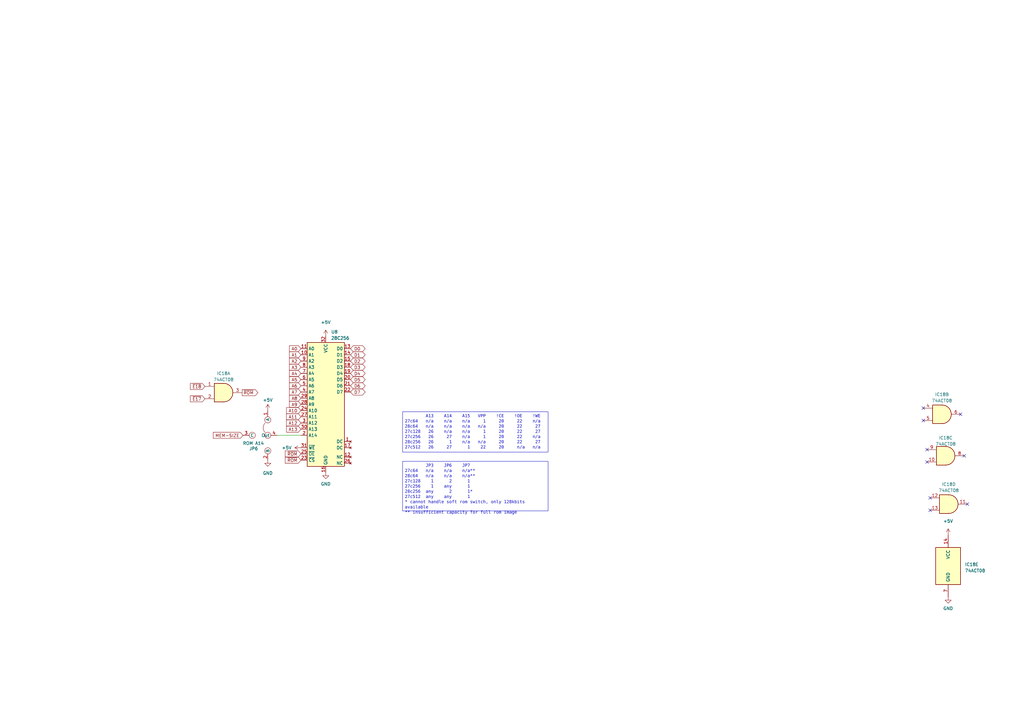
<source format=kicad_sch>
(kicad_sch (version 20230121) (generator eeschema)
  (paper "A3")
  (title_block (title "Dragon 32 CPU UK PAL") (date "2023-05-25") (rev "3.0") (company "Dragon Data") (comment 1 "Modified by Julian Brown") (comment 2 "SAMx4 by Ciaran Anscomb"))
  (lib_symbols
    (symbol "+5V_1" (power) (pin_names (offset 0))
      (property "Value" "+5V_1" (at 0 3.556 0))
      (symbol "+5V_1_0_1"
        (polyline (pts (xy -0.762 1.27) (xy 0 2.54)))
        (polyline (pts (xy 0 0) (xy 0 2.54)))
        (polyline (pts (xy 0 2.54) (xy 0.762 1.27)))
      )
      (symbol "+5V_1_1_1"
        (pin power_in line (at 0 0 90) (length 0) hide (name "+5V") (number "1"))
      )
    )
    (symbol "74xx:74LS08" (pin_names (offset 1.016))
      (property "Reference" "U" (at 0 1.27 0))
      (property "Value" "74LS08" (at 0 -1.27 0))
      (symbol "74LS08_1_1"
        (arc (start 0 -3.81) (mid 3.7934 0) (end 0 3.81) (stroke (width 0.254)) (fill (type background)))
        (polyline (pts (xy 0 3.81) (xy -3.81 3.81) (xy -3.81 -3.81) (xy 0 -3.81)) (stroke (width 0.254)) (fill (type background)))
        (pin input line (at -7.62 2.54 0) (length 3.81) (name "~") (number "1"))
        (pin input line (at -7.62 -2.54 0) (length 3.81) (name "~") (number "2"))
        (pin output line (at 7.62 0 180) (length 3.81) (name "~") (number "3"))
      )
      (symbol "74LS08_1_2"
        (arc (start -3.81 -3.81) (mid -2.589 0) (end -3.81 3.81) (stroke (width 0.254)))
        (arc (start -0.6096 -3.81) (mid 2.1842 -2.5851) (end 3.81 0) (stroke (width 0.254)) (fill (type background)))
        (polyline (pts (xy -3.81 -3.81) (xy -0.635 -3.81)) (stroke (width 0.254)) (fill (type background)))
        (polyline (pts (xy -3.81 3.81) (xy -0.635 3.81)) (stroke (width 0.254)) (fill (type background)))
        (polyline (pts (xy -0.635 3.81) (xy -3.81 3.81) (xy -3.81 3.81) (xy -3.556 3.4036) (xy -3.0226 2.2606) (xy -2.6924 1.0414) (xy -2.6162 -0.254) (xy -2.7686 -1.4986) (xy -3.175 -2.7178) (xy -3.81 -3.81) (xy -3.81 -3.81) (xy -0.635 -3.81)) (stroke (width -25.4)) (fill (type background)))
        (arc (start 3.81 0) (mid 2.1915 2.5936) (end -0.6096 3.81) (stroke (width 0.254)) (fill (type background)))
        (pin input inverted (at -7.62 2.54 0) (length 4.318) (name "~") (number "1"))
        (pin input inverted (at -7.62 -2.54 0) (length 4.318) (name "~") (number "2"))
        (pin output inverted (at 7.62 0 180) (length 3.81) (name "~") (number "3"))
      )
      (symbol "74LS08_2_1"
        (arc (start 0 -3.81) (mid 3.7934 0) (end 0 3.81) (stroke (width 0.254)) (fill (type background)))
        (polyline (pts (xy 0 3.81) (xy -3.81 3.81) (xy -3.81 -3.81) (xy 0 -3.81)) (stroke (width 0.254)) (fill (type background)))
        (pin input line (at -7.62 2.54 0) (length 3.81) (name "~") (number "4"))
        (pin input line (at -7.62 -2.54 0) (length 3.81) (name "~") (number "5"))
        (pin output line (at 7.62 0 180) (length 3.81) (name "~") (number "6"))
      )
      (symbol "74LS08_2_2"
        (arc (start -3.81 -3.81) (mid -2.589 0) (end -3.81 3.81) (stroke (width 0.254)))
        (arc (start -0.6096 -3.81) (mid 2.1842 -2.5851) (end 3.81 0) (stroke (width 0.254)) (fill (type background)))
        (polyline (pts (xy -3.81 -3.81) (xy -0.635 -3.81)) (stroke (width 0.254)) (fill (type background)))
        (polyline (pts (xy -3.81 3.81) (xy -0.635 3.81)) (stroke (width 0.254)) (fill (type background)))
        (polyline (pts (xy -0.635 3.81) (xy -3.81 3.81) (xy -3.81 3.81) (xy -3.556 3.4036) (xy -3.0226 2.2606) (xy -2.6924 1.0414) (xy -2.6162 -0.254) (xy -2.7686 -1.4986) (xy -3.175 -2.7178) (xy -3.81 -3.81) (xy -3.81 -3.81) (xy -0.635 -3.81)) (stroke (width -25.4)) (fill (type background)))
        (arc (start 3.81 0) (mid 2.1915 2.5936) (end -0.6096 3.81) (stroke (width 0.254)) (fill (type background)))
        (pin input inverted (at -7.62 2.54 0) (length 4.318) (name "~") (number "4"))
        (pin input inverted (at -7.62 -2.54 0) (length 4.318) (name "~") (number "5"))
        (pin output inverted (at 7.62 0 180) (length 3.81) (name "~") (number "6"))
      )
      (symbol "74LS08_3_1"
        (arc (start 0 -3.81) (mid 3.7934 0) (end 0 3.81) (stroke (width 0.254)) (fill (type background)))
        (polyline (pts (xy 0 3.81) (xy -3.81 3.81) (xy -3.81 -3.81) (xy 0 -3.81)) (stroke (width 0.254)) (fill (type background)))
        (pin input line (at -7.62 -2.54 0) (length 3.81) (name "~") (number "10"))
        (pin output line (at 7.62 0 180) (length 3.81) (name "~") (number "8"))
        (pin input line (at -7.62 2.54 0) (length 3.81) (name "~") (number "9"))
      )
      (symbol "74LS08_3_2"
        (arc (start -3.81 -3.81) (mid -2.589 0) (end -3.81 3.81) (stroke (width 0.254)))
        (arc (start -0.6096 -3.81) (mid 2.1842 -2.5851) (end 3.81 0) (stroke (width 0.254)) (fill (type background)))
        (polyline (pts (xy -3.81 -3.81) (xy -0.635 -3.81)) (stroke (width 0.254)) (fill (type background)))
        (polyline (pts (xy -3.81 3.81) (xy -0.635 3.81)) (stroke (width 0.254)) (fill (type background)))
        (polyline (pts (xy -0.635 3.81) (xy -3.81 3.81) (xy -3.81 3.81) (xy -3.556 3.4036) (xy -3.0226 2.2606) (xy -2.6924 1.0414) (xy -2.6162 -0.254) (xy -2.7686 -1.4986) (xy -3.175 -2.7178) (xy -3.81 -3.81) (xy -3.81 -3.81) (xy -0.635 -3.81)) (stroke (width -25.4)) (fill (type background)))
        (arc (start 3.81 0) (mid 2.1915 2.5936) (end -0.6096 3.81) (stroke (width 0.254)) (fill (type background)))
        (pin input inverted (at -7.62 -2.54 0) (length 4.318) (name "~") (number "10"))
        (pin output inverted (at 7.62 0 180) (length 3.81) (name "~") (number "8"))
        (pin input inverted (at -7.62 2.54 0) (length 4.318) (name "~") (number "9"))
      )
      (symbol "74LS08_4_1"
        (arc (start 0 -3.81) (mid 3.7934 0) (end 0 3.81) (stroke (width 0.254)) (fill (type background)))
        (polyline (pts (xy 0 3.81) (xy -3.81 3.81) (xy -3.81 -3.81) (xy 0 -3.81)) (stroke (width 0.254)) (fill (type background)))
        (pin output line (at 7.62 0 180) (length 3.81) (name "~") (number "11"))
        (pin input line (at -7.62 2.54 0) (length 3.81) (name "~") (number "12"))
        (pin input line (at -7.62 -2.54 0) (length 3.81) (name "~") (number "13"))
      )
      (symbol "74LS08_4_2"
        (arc (start -3.81 -3.81) (mid -2.589 0) (end -3.81 3.81) (stroke (width 0.254)))
        (arc (start -0.6096 -3.81) (mid 2.1842 -2.5851) (end 3.81 0) (stroke (width 0.254)) (fill (type background)))
        (polyline (pts (xy -3.81 -3.81) (xy -0.635 -3.81)) (stroke (width 0.254)) (fill (type background)))
        (polyline (pts (xy -3.81 3.81) (xy -0.635 3.81)) (stroke (width 0.254)) (fill (type background)))
        (polyline (pts (xy -0.635 3.81) (xy -3.81 3.81) (xy -3.81 3.81) (xy -3.556 3.4036) (xy -3.0226 2.2606) (xy -2.6924 1.0414) (xy -2.6162 -0.254) (xy -2.7686 -1.4986) (xy -3.175 -2.7178) (xy -3.81 -3.81) (xy -3.81 -3.81) (xy -0.635 -3.81)) (stroke (width -25.4)) (fill (type background)))
        (arc (start 3.81 0) (mid 2.1915 2.5936) (end -0.6096 3.81) (stroke (width 0.254)) (fill (type background)))
        (pin output inverted (at 7.62 0 180) (length 3.81) (name "~") (number "11"))
        (pin input inverted (at -7.62 2.54 0) (length 4.318) (name "~") (number "12"))
        (pin input inverted (at -7.62 -2.54 0) (length 4.318) (name "~") (number "13"))
      )
      (symbol "74LS08_5_0"
        (pin power_in line (at 0 12.7 270) (length 5.08) (name "VCC") (number "14"))
        (pin power_in line (at 0 -12.7 90) (length 5.08) (name "GND") (number "7"))
      )
      (symbol "74LS08_5_1"
        (rectangle (start -5.08 7.62) (end 5.08 -7.62) (stroke (width 0.254)) (fill (type background)))
      )
    )
    (symbol "BenEater:28C256_PLCC"
      (property "Reference" "U" (at -7.62 26.67 0))
      (property "Value" "28C256" (at 2.54 -26.67 0))
      (symbol "28C256_PLCC_1_1"
        (rectangle (start -7.62 25.4) (end 7.62 -25.4) (stroke (width 0.254)) (fill (type background)))
        (pin no_connect line (at 10.16 -15.24 180) (length 2.54) (name "DC") (number "1"))
        (pin input line (at -10.16 20.32 0) (length 2.54) (name "A1") (number "10"))
        (pin input line (at -10.16 22.86 0) (length 2.54) (name "A0") (number "11"))
        (pin no_connect line (at 10.16 -21.59 180) (length 2.54) (name "NC") (number "12"))
        (pin tri_state line (at 10.16 22.86 180) (length 2.54) (name "D0") (number "13"))
        (pin tri_state line (at 10.16 20.32 180) (length 2.54) (name "D1") (number "14"))
        (pin tri_state line (at 10.16 17.78 180) (length 2.54) (name "D2") (number "15"))
        (pin power_in line (at 0 -27.94 90) (length 2.54) (name "GND") (number "16"))
        (pin no_connect line (at 10.16 -17.78 180) (length 2.54) (name "DC") (number "17"))
        (pin tri_state line (at 10.16 15.24 180) (length 2.54) (name "D3") (number "18"))
        (pin tri_state line (at 10.16 12.7 180) (length 2.54) (name "D4") (number "19"))
        (pin input line (at -10.16 -12.7 0) (length 2.54) (name "A14") (number "2"))
        (pin tri_state line (at 10.16 10.16 180) (length 2.54) (name "D5") (number "20"))
        (pin tri_state line (at 10.16 7.62 180) (length 2.54) (name "D6") (number "21"))
        (pin tri_state line (at 10.16 5.08 180) (length 2.54) (name "D7") (number "22"))
        (pin input line (at -10.16 -22.86 0) (length 2.54) (name "~{CS}") (number "23"))
        (pin input line (at -10.16 -2.54 0) (length 2.54) (name "A10") (number "24"))
        (pin input line (at -10.16 -20.32 0) (length 2.54) (name "~{OE}") (number "25"))
        (pin no_connect line (at 10.16 -24.13 180) (length 2.54) (name "NC") (number "26"))
        (pin input line (at -10.16 -5.08 0) (length 2.54) (name "A11") (number "27"))
        (pin input line (at -10.16 0 0) (length 2.54) (name "A9") (number "28"))
        (pin input line (at -10.16 2.54 0) (length 2.54) (name "A8") (number "29"))
        (pin input line (at -10.16 -7.62 0) (length 2.54) (name "A12") (number "3"))
        (pin input line (at -10.16 -10.16 0) (length 2.54) (name "A13") (number "30"))
        (pin input line (at -10.16 -17.78 0) (length 2.54) (name "~{WE}") (number "31"))
        (pin power_in line (at 0 27.94 270) (length 2.54) (name "VCC") (number "32"))
        (pin input line (at -10.16 5.08 0) (length 2.54) (name "A7") (number "4"))
        (pin input line (at -10.16 7.62 0) (length 2.54) (name "A6") (number "5"))
        (pin input line (at -10.16 10.16 0) (length 2.54) (name "A5") (number "6"))
        (pin input line (at -10.16 12.7 0) (length 2.54) (name "A4") (number "7"))
        (pin input line (at -10.16 15.24 0) (length 2.54) (name "A3") (number "8"))
        (pin input line (at -10.16 17.78 0) (length 2.54) (name "A2") (number "9"))
      )
    )
    (symbol "GND_1" (power) (pin_names (offset 0))
      (property "Value" "GND_1" (at 0 -3.81 0))
      (symbol "GND_1_0_1"
        (polyline (pts (xy 0 0) (xy 0 -1.27) (xy 1.27 -1.27) (xy 0 -2.54) (xy -1.27 -1.27) (xy 0 -1.27)))
      )
      (symbol "GND_1_1_1"
        (pin power_in line (at 0 0 270) (length 0) hide (name "GND") (number "1"))
      )
    )
    (symbol "power:+5V" (power) (pin_names (offset 0))
      (property "Value" "+5V" (at 0 3.556 0))
      (symbol "+5V_0_1"
        (polyline (pts (xy -0.762 1.27) (xy 0 2.54)))
        (polyline (pts (xy 0 0) (xy 0 2.54)))
        (polyline (pts (xy 0 2.54) (xy 0.762 1.27)))
      )
      (symbol "+5V_1_1"
        (pin power_in line (at 0 0 90) (length 0) hide (name "+5V") (number "1"))
      )
    )
    (symbol "power:GND" (power) (pin_names (offset 0))
      (property "Value" "GND" (at 0 -3.81 0))
      (symbol "GND_0_1"
        (polyline (pts (xy 0 0) (xy 0 -1.27) (xy 1.27 -1.27) (xy 0 -2.54) (xy -1.27 -1.27) (xy 0 -1.27)))
      )
      (symbol "GND_1_1"
        (pin power_in line (at 0 0 270) (length 0) hide (name "GND") (number "1"))
      )
    )
    (symbol "vdg:Jumper_4"
      (property "Reference" "JP" (at 0 3.81 0))
      (symbol "Jumper_4_0_1"
        (circle (center -6.35 0) (radius 1.27))
        (arc (start -1.2152 1.1106) (mid -3.1202 1.8997) (end -5.0252 1.1106))
        (circle (center 0 0) (radius 1.27))
        (circle (center 0 6.35) (radius 1.27))
        (circle (center 6.35 0) (radius 1.27))
      )
      (symbol "Jumper_4_1_1"
        (pin passive line (at -10.16 0 0) (length 2.54) (name "A") (number "1"))
        (pin passive line (at 10.16 0 180) (length 2.54) (name "B") (number "2"))
        (pin passive line (at 0 10.16 270) (length 2.54) (name "C") (number "3"))
        (pin passive line (at 0 -3.81 90) (length 2.54) (name "Out") (number "4"))
      )
    )
  )
  (no_connect (at 378.714 167.386))
  (no_connect (at 381.508 209.296))
  (no_connect (at 395.478 186.944))
  (no_connect (at 396.748 206.756))
  (no_connect (at 380.238 189.484))
  (no_connect (at 381.508 204.216))
  (no_connect (at 380.238 184.404))
  (no_connect (at 378.714 172.466))
  (no_connect (at 393.954 169.926))
  (wire (pts (xy 113.6396 178.562) (xy 123.444 178.562)))
  (text_box "        JP3    JP6    JP7\n27c64   n/a    n/a    n/a**\n28c64   n/a    n/a    n/a**\n27c128    1      2      1\n27c256    1    any      1\n28c256  any      2      1*\n27c512  any    any      1\n* cannot handle soft rom switch, only 128kbits available\n** insufficient capacity for full rom image\n    " (at 165.1 189.23 0) (size 59.69 20.32) (effects (font (size 1.27 1.27)) (justify left top)))
  (text_box "        A13    A14    A15   VPP    !CE    !OE    !WE\n27c64   n/a    n/a    n/a     1     20     22    n/a\n28c64   n/a    n/a    n/a   n/a     20     22     27\n27c128   26    n/a    n/a     1     20     22     27\n27c256   26     27    n/a     1     20     22    n/a\n28c256   26      1    n/a   n/a     20     22     27\n27c512   26     27      1    22     20     n/a   n/a\n    " (at 165.1 168.91 0) (size 59.69 16.51) (effects (font (size 1.27 1.27)) (justify left top)))
  (global_label "A2" (shape input) (at 123.444 148.082 180) (property "Intersheetrefs" "${INTERSHEET_REFS}" (effects hide)))
  (global_label "A0" (shape input) (at 123.444 143.002 180) (property "Intersheetrefs" "${INTERSHEET_REFS}" (effects hide)))
  (global_label "A6" (shape input) (at 123.444 158.242 180) (property "Intersheetrefs" "${INTERSHEET_REFS}" (effects hide)))
  (global_label "~{ROM}" (shape input) (at 123.444 188.722 180) (property "Intersheetrefs" "${INTERSHEET_REFS}" (effects hide)))
  (global_label "A5" (shape input) (at 123.444 155.702 180) (property "Intersheetrefs" "${INTERSHEET_REFS}" (effects hide)))
  (global_label "A13" (shape input) (at 123.444 176.022 180) (property "Intersheetrefs" "${INTERSHEET_REFS}" (effects hide)))
  (global_label "D1" (shape bidirectional) (at 143.764 145.542 0) (property "Intersheetrefs" "${INTERSHEET_REFS}" (effects hide)))
  (global_label "~{E18}" (shape input) (at 84.074 158.496 180) (property "Intersheetrefs" "${INTERSHEET_REFS}" (effects hide)))
  (global_label "A4" (shape input) (at 123.444 153.162 180) (property "Intersheetrefs" "${INTERSHEET_REFS}" (effects hide)))
  (global_label "D6" (shape bidirectional) (at 143.764 158.242 0) (property "Intersheetrefs" "${INTERSHEET_REFS}" (effects hide)))
  (global_label "A10" (shape input) (at 123.444 168.402 180) (property "Intersheetrefs" "${INTERSHEET_REFS}" (effects hide)))
  (global_label "D3" (shape bidirectional) (at 143.764 150.622 0) (property "Intersheetrefs" "${INTERSHEET_REFS}" (effects hide)))
  (global_label "A9" (shape input) (at 123.444 165.862 180) (property "Intersheetrefs" "${INTERSHEET_REFS}" (effects hide)))
  (global_label "~{ROM}" (shape output) (at 99.314 161.036 0) (property "Intersheetrefs" "${INTERSHEET_REFS}" (effects hide)))
  (global_label "A11" (shape input) (at 123.444 170.942 180) (property "Intersheetrefs" "${INTERSHEET_REFS}" (effects hide)))
  (global_label "~{ROM}" (shape input) (at 123.444 186.182 180) (property "Intersheetrefs" "${INTERSHEET_REFS}" (effects hide)))
  (global_label "A3" (shape input) (at 123.444 150.622 180) (property "Intersheetrefs" "${INTERSHEET_REFS}" (effects hide)))
  (global_label "A12" (shape input) (at 123.444 173.482 180) (property "Intersheetrefs" "${INTERSHEET_REFS}" (effects hide)))
  (global_label "A8" (shape input) (at 123.444 163.322 180) (property "Intersheetrefs" "${INTERSHEET_REFS}" (effects hide)))
  (global_label "D2" (shape bidirectional) (at 143.764 148.082 0) (property "Intersheetrefs" "${INTERSHEET_REFS}" (effects hide)))
  (global_label "D0" (shape bidirectional) (at 143.764 143.002 0) (property "Intersheetrefs" "${INTERSHEET_REFS}" (effects hide)))
  (global_label "D7" (shape bidirectional) (at 143.764 160.782 0) (property "Intersheetrefs" "${INTERSHEET_REFS}" (effects hide)))
  (global_label "A7" (shape input) (at 123.444 160.782 180) (property "Intersheetrefs" "${INTERSHEET_REFS}" (effects hide)))
  (global_label "MEM-SIZE" (shape input) (at 99.6696 178.562 180) (property "Intersheetrefs" "${INTERSHEET_REFS}" (effects hide)))
  (global_label "D4" (shape bidirectional) (at 143.764 153.162 0) (property "Intersheetrefs" "${INTERSHEET_REFS}" (effects hide)))
  (global_label "~{E17}" (shape input) (at 84.074 163.576 180) (property "Intersheetrefs" "${INTERSHEET_REFS}" (effects hide)))
  (global_label "A1" (shape input) (at 123.444 145.542 180) (property "Intersheetrefs" "${INTERSHEET_REFS}" (effects hide)))
  (global_label "D5" (shape bidirectional) (at 143.764 155.702 0) (property "Intersheetrefs" "${INTERSHEET_REFS}" (effects hide)))
  (symbol (lib_id "74xx:74LS08") (at 387.858 186.944 0) (unit 3)
    (property "Reference" "IC18" (at 387.8497 179.578 0))
    (property "Value" "74ACT08" (at 387.8497 182.118 0))
    (property "Footprint" "Package_SO:SOIC-14_3.9x8.7mm_P1.27mm" (effects hide))
    (property "Datasheet" "http://www.ti.com/lit/gpn/sn74LS08" (effects hide))
    (property "DigiKey" "MC74ACT08DR2GOSCT-ND" (effects hide))
  )
  (symbol (lib_id "vdg:Jumper_4") (at 109.8296 178.562 90) (mirror x) (unit 1)
    (property "Reference" "JP6" (at 104.0384 183.9976 90))
    (property "Value" "ROM A14" (at 103.9368 181.8132 90))
    (property "Footprint" "Dragon:Jumper_4" (effects hide))
  )
  (symbol (lib_name "+5V_1") (lib_id "power:+5V") (at 123.444 183.642 90) (unit 1)
    (property "Reference" "#PWR037" (effects hide))
    (property "Value" "+5V" (at 119.6378 183.642 90) (effects (justify left)))
  )
  (symbol (lib_id "74xx:74LS08") (at 91.694 161.036 0) (unit 1)
    (property "Reference" "IC18" (at 91.6857 153.162 0))
    (property "Value" "74ACT08" (at 91.6857 155.702 0))
    (property "Footprint" "Package_SO:SOIC-14_3.9x8.7mm_P1.27mm" (effects hide))
    (property "Datasheet" "http://www.ti.com/lit/gpn/sn74LS08" (effects hide))
    (property "DigiKey" "MC74ACT08DR2GOSCT-ND" (effects hide))
  )
  (symbol (lib_id "74xx:74LS08") (at 386.334 169.926 0) (unit 2)
    (property "Reference" "IC18" (at 386.3257 161.798 0))
    (property "Value" "74ACT08" (at 386.3257 164.338 0))
    (property "Footprint" "Package_SO:SOIC-14_3.9x8.7mm_P1.27mm" (effects hide))
    (property "Datasheet" "http://www.ti.com/lit/gpn/sn74LS08" (effects hide))
    (property "DigiKey" "MC74ACT08DR2GOSCT-ND" (effects hide))
  )
  (symbol (lib_id "74xx:74LS08") (at 388.874 232.156 0) (unit 5)
    (property "Reference" "IC18" (at 395.732 231.521 0) (effects (justify left)))
    (property "Value" "74ACT08" (at 395.732 234.061 0) (effects (justify left)))
    (property "Footprint" "Package_SO:SOIC-14_3.9x8.7mm_P1.27mm" (effects hide))
    (property "Datasheet" "http://www.ti.com/lit/gpn/sn74LS08" (effects hide))
    (property "DigiKey" "MC74ACT08DR2GOSCT-ND" (effects hide))
  )
  (symbol (lib_id "power:+5V") (at 133.604 137.922 0) (unit 1)
    (property "Reference" "#PWR070" (effects hide))
    (property "Value" "+5V" (at 133.604 132.207 0))
  )
  (symbol (lib_id "74xx:74LS08") (at 389.128 206.756 0) (unit 4)
    (property "Reference" "IC18" (at 389.1197 198.628 0))
    (property "Value" "74ACT08" (at 389.1197 201.168 0))
    (property "Footprint" "Package_SO:SOIC-14_3.9x8.7mm_P1.27mm" (effects hide))
    (property "Datasheet" "http://www.ti.com/lit/gpn/sn74LS08" (effects hide))
    (property "DigiKey" "MC74ACT08DR2GOSCT-ND" (effects hide))
  )
  (symbol (lib_name "+5V_1") (lib_id "power:+5V") (at 109.8296 168.402 0) (unit 1)
    (property "Reference" "#PWR023" (effects hide))
    (property "Value" "+5V" (at 109.8296 164.084 0))
  )
  (symbol (lib_id "power:GND") (at 133.604 193.802 0) (unit 1)
    (property "Reference" "#PWR071" (effects hide))
    (property "Value" "GND" (at 133.604 198.501 0))
  )
  (symbol (lib_id "power:GND") (at 388.874 244.856 0) (unit 1)
    (property "Reference" "#PWR030" (effects hide))
    (property "Value" "GND" (at 388.874 249.555 0))
  )
  (symbol (lib_id "BenEater:28C256_PLCC") (at 133.604 165.862 0) (unit 1)
    (property "Reference" "U8" (at 135.7981 136.144 0) (effects (justify left)))
    (property "Value" "28C256" (at 135.7981 138.684 0) (effects (justify left)))
    (property "Footprint" "Package_LCC:PLCC-32_THT-Socket" (effects hide))
    (property "Datasheet" "http://ww1.microchip.com/downloads/en/DeviceDoc/doc0006.pdf" (effects hide))
  )
  (symbol (lib_id "power:+5V") (at 388.874 219.456 0) (unit 1)
    (property "Reference" "#PWR029" (effects hide))
    (property "Value" "+5V" (at 388.874 213.741 0))
  )
  (symbol (lib_name "GND_1") (lib_id "power:GND") (at 109.8296 188.722 0) (unit 1)
    (property "Reference" "#PWR047" (effects hide))
    (property "Value" "GND" (at 109.8296 194.056 0))
  )
)
</source>
